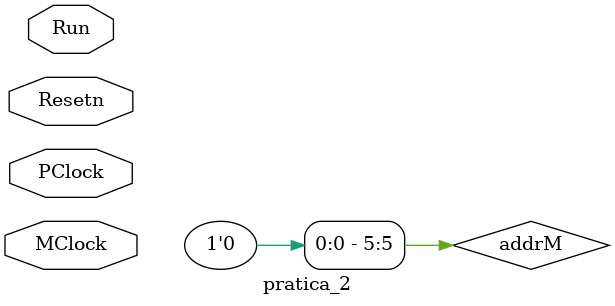
<source format=v>
module pratica_2(MClock, PClock, Resetn, Run);
	input MClock, PClock, Resetn, Run;
	
	wire [15:0] DIN, BusWires;
	wire [5:0] addrCount;
	wire Resetn, Run, Done;
	
	wire [5:0] addrM;
	wire [15:0] addr, dout;
	wire w;
	wire [15:0] memOut;
	
	assign addrM = addr[4:0];
	
	ifetch ifetch (addrCount, MClock, DIN);
	ramlpm memory (addrM, MClock, dout, w, memOut);
	proc proc (DIN, memOut, Resetn, PClock, Run, Done, BusWires, addrCount, addr, dout, w);
	
endmodule
</source>
